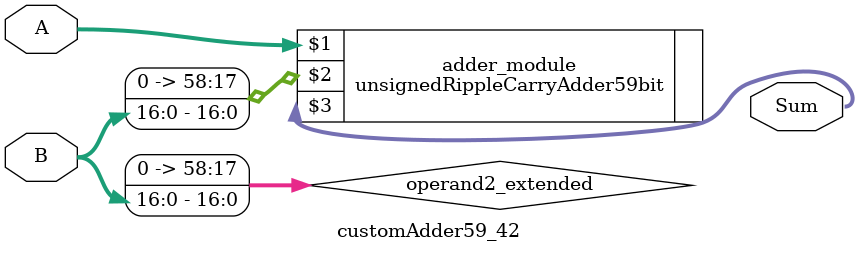
<source format=v>
module customAdder59_42(
                        input [58 : 0] A,
                        input [16 : 0] B,
                        
                        output [59 : 0] Sum
                );

        wire [58 : 0] operand2_extended;
        
        assign operand2_extended =  {42'b0, B};
        
        unsignedRippleCarryAdder59bit adder_module(
            A,
            operand2_extended,
            Sum
        );
        
        endmodule
        
</source>
